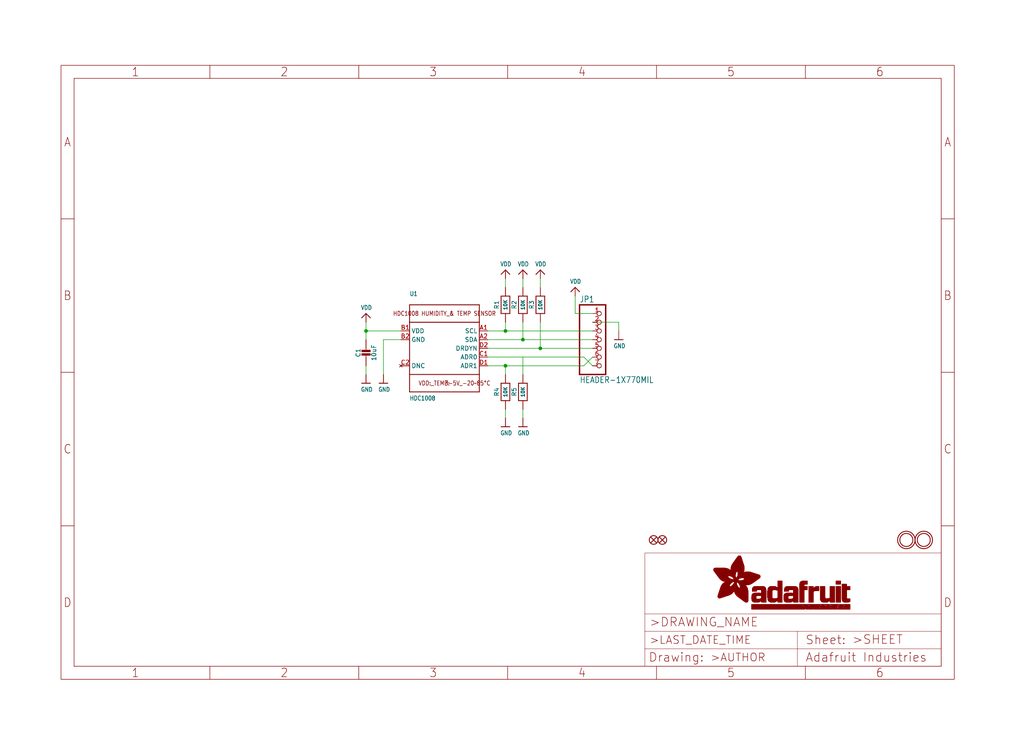
<source format=kicad_sch>
(kicad_sch (version 20211123) (generator eeschema)
  (paper "User" 298.45 217.881)
  (lib_symbols
    (symbol "schematicEagle-eagle-import:CAP_CERAMIC0805-NOOUTLINE"
      (property "Reference" "C" (at -2.29 1.25 90))
      (property "Value" "CAP_CERAMIC0805-NOOUTLINE" (at 2.3 1.25 90))
      (symbol "CAP_CERAMIC0805-NOOUTLINE_1_0"
        (pin passive line (at 0 5.08 270) (length 2.54) (name "1") (number "1"))
        (pin passive line (at 0 -2.54 90) (length 2.54) (name "2") (number "2"))
      )
    )
    (symbol "schematicEagle-eagle-import:FIDUCIAL{dblquote}{dblquote}")
    (symbol "schematicEagle-eagle-import:FRAME_A4_ADAFRUIT"
      (symbol "FRAME_A4_ADAFRUIT_0_0"
        (text "1" (at 21.6958 1.905 0) (effects (font (size 2.54 2.286))))
        (text "1" (at 21.6958 177.165 0) (effects (font (size 2.54 2.286))))
        (text "2" (at 65.0875 1.905 0) (effects (font (size 2.54 2.286))))
        (text "2" (at 65.0875 177.165 0) (effects (font (size 2.54 2.286))))
        (text "3" (at 108.4792 1.905 0) (effects (font (size 2.54 2.286))))
        (text "3" (at 108.4792 177.165 0) (effects (font (size 2.54 2.286))))
        (text "4" (at 151.8708 1.905 0) (effects (font (size 2.54 2.286))))
        (text "4" (at 151.8708 177.165 0) (effects (font (size 2.54 2.286))))
        (text "5" (at 195.2625 1.905 0) (effects (font (size 2.54 2.286))))
        (text "5" (at 195.2625 177.165 0) (effects (font (size 2.54 2.286))))
        (text "6" (at 238.6542 1.905 0) (effects (font (size 2.54 2.286))))
        (text "6" (at 238.6542 177.165 0) (effects (font (size 2.54 2.286))))
        (text "A" (at 1.905 156.6863 0) (effects (font (size 2.54 2.286))))
        (text "A" (at 258.445 156.6863 0) (effects (font (size 2.54 2.286))))
        (text "B" (at 1.905 111.9188 0) (effects (font (size 2.54 2.286))))
        (text "B" (at 258.445 111.9188 0) (effects (font (size 2.54 2.286))))
        (text "C" (at 1.905 67.1513 0) (effects (font (size 2.54 2.286))))
        (text "C" (at 258.445 67.1513 0) (effects (font (size 2.54 2.286))))
        (text "D" (at 1.905 22.3838 0) (effects (font (size 2.54 2.286))))
        (text "D" (at 258.445 22.3838 0) (effects (font (size 2.54 2.286))))
      )
      (symbol "FRAME_A4_ADAFRUIT_1_0"
        (text ">AUTHOR" (at 189.23 5.08 0) (effects (font (size 2.286 2.286)) (justify left bottom)))
        (text ">DRAWING_NAME" (at 171.45 15.24 0) (effects (font (size 2.54 2.54)) (justify left bottom)))
        (text ">LAST_DATE_TIME" (at 171.45 10.16 0) (effects (font (size 2.286 2.286)) (justify left bottom)))
        (text ">SHEET" (at 230.505 10.16 0) (effects (font (size 2.54 2.54)) (justify left bottom)))
        (text "Adafruit Industries" (at 216.916 4.953 0) (effects (font (size 2.54 2.54)) (justify left bottom)))
        (text "Drawing:" (at 171.196 4.953 0) (effects (font (size 2.54 2.54)) (justify left bottom)))
        (text "Sheet:" (at 216.916 10.033 0) (effects (font (size 2.54 2.54)) (justify left bottom)))
      )
    )
    (symbol "schematicEagle-eagle-import:GND" (power)
      (property "Value" "GND" (at -1.524 -2.54 0))
      (symbol "GND_1_0"
        (pin power_in line (at 0 2.54 270) (length 2.54) (name "GND") (number "1"))
      )
    )
    (symbol "schematicEagle-eagle-import:HDC1008"
      (property "Reference" "U" (at -10.16 15.24 0))
      (property "Value" "HDC1008" (at -10.16 -15.24 0))
      (symbol "HDC1008_1_0"
        (text "3-5V_-20~85°C" (at 0 -10.16 0) (effects (font (size 1.27 1.0795)) (justify left)))
        (text "HDC1008 HUMIDITY_& TEMP SENSOR" (at 0 10.16 0) (effects (font (size 1.27 1.0795))))
        (text "VDD:_TEMP:" (at -7.62 -10.16 0) (effects (font (size 1.27 1.0795)) (justify left)))
        (pin bidirectional line (at 12.7 5.08 180) (length 2.54) (name "SCL") (number "A1"))
        (pin bidirectional line (at 12.7 2.54 180) (length 2.54) (name "SDA") (number "A2"))
        (pin power_in line (at -12.7 5.08 0) (length 2.54) (name "VDD") (number "B1"))
        (pin power_in line (at -12.7 2.54 0) (length 2.54) (name "GND") (number "B2"))
        (pin input line (at 12.7 -2.54 180) (length 2.54) (name "ADR0") (number "C1"))
        (pin no_connect line (at -12.7 -5.08 0) (length 2.54) (name "DNC") (number "C2"))
        (pin input line (at 12.7 -5.08 180) (length 2.54) (name "ADR1") (number "D1"))
        (pin output line (at 12.7 0 180) (length 2.54) (name "DRDYN") (number "D2"))
      )
    )
    (symbol "schematicEagle-eagle-import:HEADER-1X770MIL"
      (property "Reference" "JP" (at -6.35 10.795 0))
      (property "Value" "HEADER-1X770MIL" (at -6.35 -12.7 0))
      (symbol "HEADER-1X770MIL_1_0"
        (pin passive inverted (at -2.54 7.62 0) (length 2.54) (name "1") (number "1"))
        (pin passive inverted (at -2.54 5.08 0) (length 2.54) (name "2") (number "2"))
        (pin passive inverted (at -2.54 2.54 0) (length 2.54) (name "3") (number "3"))
        (pin passive inverted (at -2.54 0 0) (length 2.54) (name "4") (number "4"))
        (pin passive inverted (at -2.54 -2.54 0) (length 2.54) (name "5") (number "5"))
        (pin passive inverted (at -2.54 -5.08 0) (length 2.54) (name "6") (number "6"))
        (pin passive inverted (at -2.54 -7.62 0) (length 2.54) (name "7") (number "7"))
      )
    )
    (symbol "schematicEagle-eagle-import:MOUNTINGHOLE2.5")
    (symbol "schematicEagle-eagle-import:RESISTOR0805_NOOUTLINE"
      (property "Reference" "R" (at 0 2.54 0))
      (property "Value" "RESISTOR0805_NOOUTLINE" (at 0 0 0))
      (symbol "RESISTOR0805_NOOUTLINE_1_0"
        (pin passive line (at -5.08 0 0) (length 2.54) (name "1") (number "1"))
        (pin passive line (at 5.08 0 180) (length 2.54) (name "2") (number "2"))
      )
    )
    (symbol "schematicEagle-eagle-import:RESISTOR_0805MP"
      (property "Reference" "R" (at 0 2.54 0))
      (property "Value" "RESISTOR_0805MP" (at 0 0 0))
      (symbol "RESISTOR_0805MP_1_0"
        (pin passive line (at -5.08 0 0) (length 2.54) (name "1") (number "1"))
        (pin passive line (at 5.08 0 180) (length 2.54) (name "2") (number "2"))
      )
    )
    (symbol "schematicEagle-eagle-import:VDD" (power)
      (property "Value" "VDD" (at -1.524 1.016 0))
      (symbol "VDD_1_0"
        (pin power_in line (at 0 -2.54 90) (length 2.54) (name "VDD") (number "1"))
      )
    )
  )
  (junction (at 152.4 99.06))
  (junction (at 147.32 96.52))
  (junction (at 157.48 101.6))
  (junction (at 147.32 106.68))
  (junction (at 106.68 96.52))
  (wire (pts (xy 157.48 83.82) (xy 157.48 81.28)))
  (wire (pts (xy 116.84 96.52) (xy 106.68 96.52)))
  (wire (pts (xy 170.18 106.68) (xy 172.72 104.14)))
  (wire (pts (xy 180.34 93.98) (xy 180.34 96.52)))
  (wire (pts (xy 152.4 104.14) (xy 152.4 109.22)))
  (wire (pts (xy 147.32 83.82) (xy 147.32 81.28)))
  (wire (pts (xy 152.4 119.38) (xy 152.4 121.92)))
  (wire (pts (xy 152.4 83.82) (xy 152.4 81.28)))
  (wire (pts (xy 142.24 96.52) (xy 147.32 96.52)))
  (wire (pts (xy 152.4 99.06) (xy 172.72 99.06)))
  (wire (pts (xy 116.84 99.06) (xy 111.76 99.06)))
  (wire (pts (xy 172.72 93.98) (xy 180.34 93.98)))
  (wire (pts (xy 142.24 104.14) (xy 152.4 104.14)))
  (wire (pts (xy 142.24 101.6) (xy 157.48 101.6)))
  (wire (pts (xy 152.4 99.06) (xy 152.4 93.98)))
  (wire (pts (xy 172.72 91.44) (xy 167.64 91.44)))
  (wire (pts (xy 147.32 119.38) (xy 147.32 121.92)))
  (wire (pts (xy 111.76 99.06) (xy 111.76 109.22)))
  (wire (pts (xy 147.32 106.68) (xy 147.32 109.22)))
  (wire (pts (xy 147.32 106.68) (xy 170.18 106.68)))
  (wire (pts (xy 106.68 106.68) (xy 106.68 109.22)))
  (wire (pts (xy 147.32 96.52) (xy 147.32 93.98)))
  (wire (pts (xy 157.48 101.6) (xy 172.72 101.6)))
  (wire (pts (xy 157.48 101.6) (xy 157.48 93.98)))
  (wire (pts (xy 152.4 104.14) (xy 170.18 104.14)))
  (wire (pts (xy 170.18 104.14) (xy 172.72 106.68)))
  (wire (pts (xy 142.24 106.68) (xy 147.32 106.68)))
  (wire (pts (xy 147.32 96.52) (xy 172.72 96.52)))
  (wire (pts (xy 106.68 93.98) (xy 106.68 96.52)))
  (wire (pts (xy 142.24 99.06) (xy 152.4 99.06)))
  (wire (pts (xy 106.68 96.52) (xy 106.68 99.06)))
  (wire (pts (xy 167.64 91.44) (xy 167.64 86.36)))
  (symbol (lib_id "schematicEagle-eagle-import:GND") (at 147.32 124.46 0) (unit 1)
    (property "Reference" "#U$7" (effects hide))
    (property "Value" "GND" (at 145.796 127 0) (effects (font (size 1.27 1.0795)) (justify left bottom)))
    (property "Footprint" "schematicEagle:" (effects hide))
  )
  (symbol (lib_id "schematicEagle-eagle-import:GND") (at 111.76 111.76 0) (unit 1)
    (property "Reference" "#U$11" (effects hide))
    (property "Value" "GND" (at 110.236 114.3 0) (effects (font (size 1.27 1.0795)) (justify left bottom)))
    (property "Footprint" "schematicEagle:" (effects hide))
  )
  (symbol (lib_id "schematicEagle-eagle-import:FIDUCIAL{dblquote}{dblquote}") (at 190.5 157.48 0) (unit 1)
    (property "Reference" "FID1" (effects hide))
    (property "Value" "FIDUCIAL{dblquote}{dblquote}" (effects hide))
    (property "Footprint" "schematicEagle:FIDUCIAL_1MM" (effects hide))
  )
  (symbol (lib_id "schematicEagle-eagle-import:VDD") (at 147.32 78.74 0) (unit 1)
    (property "Reference" "#U$4" (effects hide))
    (property "Value" "VDD" (at 145.796 77.724 0) (effects (font (size 1.27 1.0795)) (justify left bottom)))
    (property "Footprint" "schematicEagle:" (effects hide))
  )
  (symbol (lib_id "schematicEagle-eagle-import:MOUNTINGHOLE2.5") (at 264.16 157.48 0) (unit 1)
    (property "Reference" "U$3" (effects hide))
    (property "Value" "MOUNTINGHOLE2.5" (effects hide))
    (property "Footprint" "schematicEagle:MOUNTINGHOLE_2.5_PLATED" (effects hide))
  )
  (symbol (lib_id "schematicEagle-eagle-import:HEADER-1X770MIL") (at 175.26 99.06 0) (unit 1)
    (property "Reference" "JP1" (at 168.91 88.265 0) (effects (font (size 1.778 1.5113)) (justify left bottom)))
    (property "Value" "HEADER-1X770MIL" (at 168.91 111.76 0) (effects (font (size 1.778 1.5113)) (justify left bottom)))
    (property "Footprint" "schematicEagle:1X07_ROUND_70" (effects hide))
  )
  (symbol (lib_id "schematicEagle-eagle-import:GND") (at 152.4 124.46 0) (unit 1)
    (property "Reference" "#U$8" (effects hide))
    (property "Value" "GND" (at 150.876 127 0) (effects (font (size 1.27 1.0795)) (justify left bottom)))
    (property "Footprint" "schematicEagle:" (effects hide))
  )
  (symbol (lib_id "schematicEagle-eagle-import:VDD") (at 167.64 83.82 0) (unit 1)
    (property "Reference" "#U$12" (effects hide))
    (property "Value" "VDD" (at 166.116 82.804 0) (effects (font (size 1.27 1.0795)) (justify left bottom)))
    (property "Footprint" "schematicEagle:" (effects hide))
  )
  (symbol (lib_id "schematicEagle-eagle-import:VDD") (at 157.48 78.74 0) (unit 1)
    (property "Reference" "#U$6" (effects hide))
    (property "Value" "VDD" (at 155.956 77.724 0) (effects (font (size 1.27 1.0795)) (justify left bottom)))
    (property "Footprint" "schematicEagle:" (effects hide))
  )
  (symbol (lib_id "schematicEagle-eagle-import:RESISTOR_0805MP") (at 152.4 88.9 90) (unit 1)
    (property "Reference" "R2" (at 149.86 88.9 0))
    (property "Value" "10K" (at 152.4 88.9 0) (effects (font (size 1.016 1.016) bold)))
    (property "Footprint" "schematicEagle:_0805MP" (effects hide))
  )
  (symbol (lib_id "schematicEagle-eagle-import:FRAME_A4_ADAFRUIT") (at 17.78 198.12 0) (unit 1)
    (property "Reference" "#U$1" (effects hide))
    (property "Value" "FRAME_A4_ADAFRUIT" (effects hide))
    (property "Footprint" "schematicEagle:" (effects hide))
  )
  (symbol (lib_id "schematicEagle-eagle-import:CAP_CERAMIC0805-NOOUTLINE") (at 106.68 104.14 0) (unit 1)
    (property "Reference" "C1" (at 104.39 102.89 90))
    (property "Value" "10uF" (at 108.98 102.89 90))
    (property "Footprint" "schematicEagle:0805-NO" (effects hide))
  )
  (symbol (lib_id "schematicEagle-eagle-import:RESISTOR0805_NOOUTLINE") (at 152.4 114.3 90) (unit 1)
    (property "Reference" "R5" (at 149.86 114.3 0))
    (property "Value" "10K" (at 152.4 114.3 0) (effects (font (size 1.016 1.016) bold)))
    (property "Footprint" "schematicEagle:0805-NO" (effects hide))
  )
  (symbol (lib_id "schematicEagle-eagle-import:FIDUCIAL{dblquote}{dblquote}") (at 193.04 157.48 0) (unit 1)
    (property "Reference" "FID2" (effects hide))
    (property "Value" "FIDUCIAL{dblquote}{dblquote}" (effects hide))
    (property "Footprint" "schematicEagle:FIDUCIAL_1MM" (effects hide))
  )
  (symbol (lib_id "schematicEagle-eagle-import:VDD") (at 152.4 78.74 0) (unit 1)
    (property "Reference" "#U$5" (effects hide))
    (property "Value" "VDD" (at 150.876 77.724 0) (effects (font (size 1.27 1.0795)) (justify left bottom)))
    (property "Footprint" "schematicEagle:" (effects hide))
  )
  (symbol (lib_id "schematicEagle-eagle-import:HDC1008") (at 129.54 101.6 0) (unit 1)
    (property "Reference" "U1" (at 119.38 86.36 0) (effects (font (size 1.27 1.0795)) (justify left bottom)))
    (property "Value" "HDC1008" (at 119.38 116.84 0) (effects (font (size 1.27 1.0795)) (justify left bottom)))
    (property "Footprint" "schematicEagle:DSBGA8_HDC1008" (effects hide))
  )
  (symbol (lib_id "schematicEagle-eagle-import:MOUNTINGHOLE2.5") (at 269.24 157.48 0) (unit 1)
    (property "Reference" "U$2" (effects hide))
    (property "Value" "MOUNTINGHOLE2.5" (effects hide))
    (property "Footprint" "schematicEagle:MOUNTINGHOLE_2.5_PLATED" (effects hide))
  )
  (symbol (lib_id "schematicEagle-eagle-import:RESISTOR0805_NOOUTLINE") (at 147.32 88.9 90) (unit 1)
    (property "Reference" "R1" (at 144.78 88.9 0))
    (property "Value" "10K" (at 147.32 88.9 0) (effects (font (size 1.016 1.016) bold)))
    (property "Footprint" "schematicEagle:0805-NO" (effects hide))
  )
  (symbol (lib_id "schematicEagle-eagle-import:GND") (at 180.34 99.06 0) (unit 1)
    (property "Reference" "#U$13" (effects hide))
    (property "Value" "GND" (at 178.816 101.6 0) (effects (font (size 1.27 1.0795)) (justify left bottom)))
    (property "Footprint" "schematicEagle:" (effects hide))
  )
  (symbol (lib_id "schematicEagle-eagle-import:RESISTOR0805_NOOUTLINE") (at 157.48 88.9 90) (unit 1)
    (property "Reference" "R3" (at 154.94 88.9 0))
    (property "Value" "10K" (at 157.48 88.9 0) (effects (font (size 1.016 1.016) bold)))
    (property "Footprint" "schematicEagle:0805-NO" (effects hide))
  )
  (symbol (lib_id "schematicEagle-eagle-import:RESISTOR0805_NOOUTLINE") (at 147.32 114.3 90) (unit 1)
    (property "Reference" "R4" (at 144.78 114.3 0))
    (property "Value" "10K" (at 147.32 114.3 0) (effects (font (size 1.016 1.016) bold)))
    (property "Footprint" "schematicEagle:0805-NO" (effects hide))
  )
  (symbol (lib_id "schematicEagle-eagle-import:VDD") (at 106.68 91.44 0) (unit 1)
    (property "Reference" "#U$9" (effects hide))
    (property "Value" "VDD" (at 105.156 90.424 0) (effects (font (size 1.27 1.0795)) (justify left bottom)))
    (property "Footprint" "schematicEagle:" (effects hide))
  )
  (symbol (lib_id "schematicEagle-eagle-import:GND") (at 106.68 111.76 0) (unit 1)
    (property "Reference" "#U$10" (effects hide))
    (property "Value" "GND" (at 105.156 114.3 0) (effects (font (size 1.27 1.0795)) (justify left bottom)))
    (property "Footprint" "schematicEagle:" (effects hide))
  )
)
</source>
